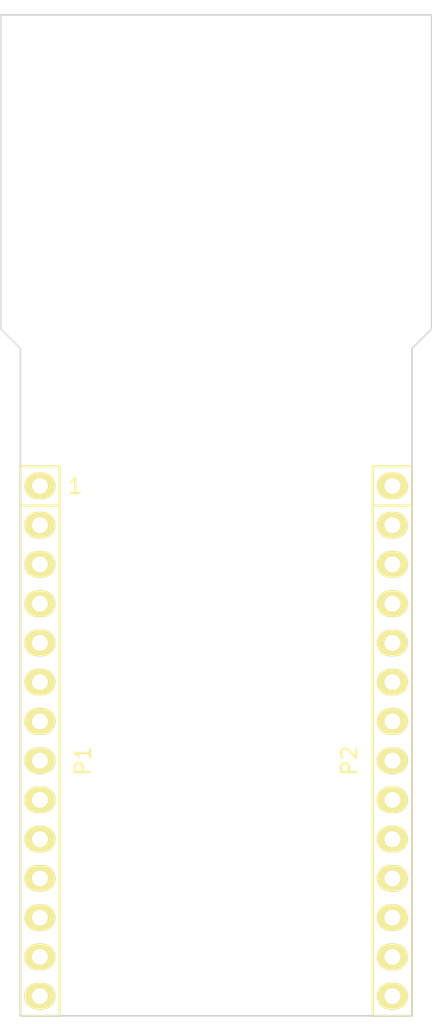
<source format=kicad_pcb>
(kicad_pcb (version 4) (host pcbnew "(2015-03-25 BZR 5536)-product")

  (general
    (links 2)
    (no_connects 2)
    (area 127.457999 61.925999 155.498001 126.796001)
    (thickness 1.6)
    (drawings 30)
    (tracks 0)
    (zones 0)
    (modules 2)
    (nets 27)
  )

  (page A4)
  (title_block
    (date "sam. 04 avril 2015")
  )

  (layers
    (0 F.Cu signal)
    (31 B.Cu signal)
    (32 B.Adhes user)
    (33 F.Adhes user)
    (34 B.Paste user)
    (35 F.Paste user)
    (36 B.SilkS user)
    (37 F.SilkS user)
    (38 B.Mask user)
    (39 F.Mask user)
    (40 Dwgs.User user)
    (41 Cmts.User user)
    (42 Eco1.User user)
    (43 Eco2.User user)
    (44 Edge.Cuts user)
    (45 Margin user)
    (46 B.CrtYd user)
    (47 F.CrtYd user)
    (48 B.Fab user)
    (49 F.Fab user)
  )

  (setup
    (last_trace_width 0.25)
    (trace_clearance 0.2)
    (zone_clearance 0.508)
    (zone_45_only no)
    (trace_min 0.2)
    (segment_width 0.15)
    (edge_width 0.1)
    (via_size 0.6)
    (via_drill 0.4)
    (via_min_size 0.4)
    (via_min_drill 0.3)
    (uvia_size 0.3)
    (uvia_drill 0.1)
    (uvias_allowed no)
    (uvia_min_size 0.2)
    (uvia_min_drill 0.1)
    (pcb_text_width 0.3)
    (pcb_text_size 1.5 1.5)
    (mod_edge_width 0.15)
    (mod_text_size 1 1)
    (mod_text_width 0.15)
    (pad_size 1.5 1.5)
    (pad_drill 0.6)
    (pad_to_mask_clearance 0)
    (aux_axis_origin 128.778 126.746)
    (visible_elements FFFFFF7F)
    (pcbplotparams
      (layerselection 0x00030_80000001)
      (usegerberextensions false)
      (excludeedgelayer true)
      (linewidth 0.100000)
      (plotframeref false)
      (viasonmask false)
      (mode 1)
      (useauxorigin false)
      (hpglpennumber 1)
      (hpglpenspeed 20)
      (hpglpendiameter 15)
      (hpglpenoverlay 2)
      (psnegative false)
      (psa4output false)
      (plotreference true)
      (plotvalue true)
      (plotinvisibletext false)
      (padsonsilk false)
      (subtractmaskfromsilk false)
      (outputformat 1)
      (mirror false)
      (drillshape 1)
      (scaleselection 1)
      (outputdirectory ""))
  )

  (net 0 "")
  (net 1 +3.3V)
  (net 2 GND)
  (net 3 /2)
  (net 4 "/3(**)")
  (net 5 /4)
  (net 6 "/5(**)")
  (net 7 "/6(**)")
  (net 8 /7)
  (net 9 /8)
  (net 10 "/9(**)")
  (net 11 "/10(**/SCK)")
  (net 12 "/11(**/MOSI)")
  (net 13 "/12(MISO)")
  (net 14 "/13(SS)")
  (net 15 /AREF)
  (net 16 /RxI)
  (net 17 /TxO)
  (net 18 /DTR)
  (net 19 /A0)
  (net 20 /A1)
  (net 21 /A2)
  (net 22 /A3)
  (net 23 "/A4(SDA)")
  (net 24 "/A5(SCL)")
  (net 25 /A6)
  (net 26 /A7)

  (net_class Default "This is the default net class."
    (clearance 0.2)
    (trace_width 0.25)
    (via_dia 0.6)
    (via_drill 0.4)
    (uvia_dia 0.3)
    (uvia_drill 0.1)
    (add_net +3.3V)
    (add_net "/10(**/SCK)")
    (add_net "/11(**/MOSI)")
    (add_net "/12(MISO)")
    (add_net "/13(SS)")
    (add_net /2)
    (add_net "/3(**)")
    (add_net /4)
    (add_net "/5(**)")
    (add_net "/6(**)")
    (add_net /7)
    (add_net /8)
    (add_net "/9(**)")
    (add_net /A0)
    (add_net /A1)
    (add_net /A2)
    (add_net /A3)
    (add_net "/A4(SDA)")
    (add_net "/A5(SCL)")
    (add_net /A6)
    (add_net /A7)
    (add_net /AREF)
    (add_net /DTR)
    (add_net /RxI)
    (add_net /TxO)
    (add_net GND)
  )

  (module Socket_Arduino_Fio:Socket_Strip_Straight_1x14 locked (layer F.Cu) (tedit 5521661A) (tstamp 551FD256)
    (at 130.048 92.456 270)
    (descr "Through hole socket strip")
    (tags "socket strip")
    (path /551FCE8A)
    (fp_text reference P1 (at 17.78 -2.794 270) (layer F.SilkS)
      (effects (font (size 1 1) (thickness 0.15)))
    )
    (fp_text value Digital (at 21.59 -2.794 270) (layer F.Fab)
      (effects (font (size 1 1) (thickness 0.15)))
    )
    (fp_line (start -1.27 -1.27) (end -1.27 1.27) (layer F.SilkS) (width 0.15))
    (fp_line (start -1.27 1.27) (end 1.27 1.27) (layer F.SilkS) (width 0.15))
    (fp_line (start -1.27 -1.27) (end 1.27 -1.27) (layer F.SilkS) (width 0.15))
    (fp_line (start -1.75 -1.75) (end -1.75 1.75) (layer F.CrtYd) (width 0.05))
    (fp_line (start 34.8 -1.75) (end 34.8 1.75) (layer F.CrtYd) (width 0.05))
    (fp_line (start -1.75 -1.75) (end 34.8 -1.75) (layer F.CrtYd) (width 0.05))
    (fp_line (start -1.75 1.75) (end 34.8 1.75) (layer F.CrtYd) (width 0.05))
    (fp_line (start 1.27 -1.27) (end 34.29 -1.27) (layer F.SilkS) (width 0.15))
    (fp_line (start 34.29 -1.27) (end 34.29 1.27) (layer F.SilkS) (width 0.15))
    (fp_line (start 34.29 1.27) (end 1.27 1.27) (layer F.SilkS) (width 0.15))
    (fp_line (start 1.27 1.27) (end 1.27 -1.27) (layer F.SilkS) (width 0.15))
    (pad 1 thru_hole oval (at 0 0 270) (size 1.7272 2.032) (drill 1.016) (layers *.Cu *.Mask F.SilkS)
      (net 1 +3.3V))
    (pad 2 thru_hole oval (at 2.54 0 270) (size 1.7272 2.032) (drill 1.016) (layers *.Cu *.Mask F.SilkS)
      (net 2 GND))
    (pad 3 thru_hole oval (at 5.08 0 270) (size 1.7272 2.032) (drill 1.016) (layers *.Cu *.Mask F.SilkS)
      (net 3 /2))
    (pad 4 thru_hole oval (at 7.62 0 270) (size 1.7272 2.032) (drill 1.016) (layers *.Cu *.Mask F.SilkS)
      (net 4 "/3(**)"))
    (pad 5 thru_hole oval (at 10.16 0 270) (size 1.7272 2.032) (drill 1.016) (layers *.Cu *.Mask F.SilkS)
      (net 5 /4))
    (pad 6 thru_hole oval (at 12.7 0 270) (size 1.7272 2.032) (drill 1.016) (layers *.Cu *.Mask F.SilkS)
      (net 6 "/5(**)"))
    (pad 7 thru_hole oval (at 15.24 0 270) (size 1.7272 2.032) (drill 1.016) (layers *.Cu *.Mask F.SilkS)
      (net 7 "/6(**)"))
    (pad 8 thru_hole oval (at 17.78 0 270) (size 1.7272 2.032) (drill 1.016) (layers *.Cu *.Mask F.SilkS)
      (net 8 /7))
    (pad 9 thru_hole oval (at 20.32 0 270) (size 1.7272 2.032) (drill 1.016) (layers *.Cu *.Mask F.SilkS)
      (net 9 /8))
    (pad 10 thru_hole oval (at 22.86 0 270) (size 1.7272 2.032) (drill 1.016) (layers *.Cu *.Mask F.SilkS)
      (net 10 "/9(**)"))
    (pad 11 thru_hole oval (at 25.4 0 270) (size 1.7272 2.032) (drill 1.016) (layers *.Cu *.Mask F.SilkS)
      (net 11 "/10(**/SCK)"))
    (pad 12 thru_hole oval (at 27.94 0 270) (size 1.7272 2.032) (drill 1.016) (layers *.Cu *.Mask F.SilkS)
      (net 12 "/11(**/MOSI)"))
    (pad 13 thru_hole oval (at 30.48 0 270) (size 1.7272 2.032) (drill 1.016) (layers *.Cu *.Mask F.SilkS)
      (net 13 "/12(MISO)"))
    (pad 14 thru_hole oval (at 33.02 0 270) (size 1.7272 2.032) (drill 1.016) (layers *.Cu *.Mask F.SilkS)
      (net 14 "/13(SS)"))
    (model ${KIPRJMOD}/Socket_Arduino_Fio.3dshapes/Socket_header_Arduino_1x14.wrl
      (at (xyz 0.65 0 0))
      (scale (xyz 1 1 1))
      (rotate (xyz 0 0 180))
    )
  )

  (module Socket_Arduino_Fio:Socket_Strip_Straight_1x14 locked (layer F.Cu) (tedit 5521662F) (tstamp 551FD273)
    (at 152.908 92.456 270)
    (descr "Through hole socket strip")
    (tags "socket strip")
    (path /551FCED2)
    (fp_text reference P2 (at 17.78 2.794 270) (layer F.SilkS)
      (effects (font (size 1 1) (thickness 0.15)))
    )
    (fp_text value Analog (at 21.59 2.794 270) (layer F.Fab)
      (effects (font (size 1 1) (thickness 0.15)))
    )
    (fp_line (start -1.27 -1.27) (end -1.27 1.27) (layer F.SilkS) (width 0.15))
    (fp_line (start -1.27 1.27) (end 1.27 1.27) (layer F.SilkS) (width 0.15))
    (fp_line (start -1.27 -1.27) (end 1.27 -1.27) (layer F.SilkS) (width 0.15))
    (fp_line (start -1.75 -1.75) (end -1.75 1.75) (layer F.CrtYd) (width 0.05))
    (fp_line (start 34.8 -1.75) (end 34.8 1.75) (layer F.CrtYd) (width 0.05))
    (fp_line (start -1.75 -1.75) (end 34.8 -1.75) (layer F.CrtYd) (width 0.05))
    (fp_line (start -1.75 1.75) (end 34.8 1.75) (layer F.CrtYd) (width 0.05))
    (fp_line (start 1.27 -1.27) (end 34.29 -1.27) (layer F.SilkS) (width 0.15))
    (fp_line (start 34.29 -1.27) (end 34.29 1.27) (layer F.SilkS) (width 0.15))
    (fp_line (start 34.29 1.27) (end 1.27 1.27) (layer F.SilkS) (width 0.15))
    (fp_line (start 1.27 1.27) (end 1.27 -1.27) (layer F.SilkS) (width 0.15))
    (pad 1 thru_hole oval (at 0 0 270) (size 1.7272 2.032) (drill 1.016) (layers *.Cu *.Mask F.SilkS)
      (net 2 GND))
    (pad 2 thru_hole oval (at 2.54 0 270) (size 1.7272 2.032) (drill 1.016) (layers *.Cu *.Mask F.SilkS)
      (net 15 /AREF))
    (pad 3 thru_hole oval (at 5.08 0 270) (size 1.7272 2.032) (drill 1.016) (layers *.Cu *.Mask F.SilkS)
      (net 1 +3.3V))
    (pad 4 thru_hole oval (at 7.62 0 270) (size 1.7272 2.032) (drill 1.016) (layers *.Cu *.Mask F.SilkS)
      (net 16 /RxI))
    (pad 5 thru_hole oval (at 10.16 0 270) (size 1.7272 2.032) (drill 1.016) (layers *.Cu *.Mask F.SilkS)
      (net 17 /TxO))
    (pad 6 thru_hole oval (at 12.7 0 270) (size 1.7272 2.032) (drill 1.016) (layers *.Cu *.Mask F.SilkS)
      (net 18 /DTR))
    (pad 7 thru_hole oval (at 15.24 0 270) (size 1.7272 2.032) (drill 1.016) (layers *.Cu *.Mask F.SilkS)
      (net 19 /A0))
    (pad 8 thru_hole oval (at 17.78 0 270) (size 1.7272 2.032) (drill 1.016) (layers *.Cu *.Mask F.SilkS)
      (net 20 /A1))
    (pad 9 thru_hole oval (at 20.32 0 270) (size 1.7272 2.032) (drill 1.016) (layers *.Cu *.Mask F.SilkS)
      (net 21 /A2))
    (pad 10 thru_hole oval (at 22.86 0 270) (size 1.7272 2.032) (drill 1.016) (layers *.Cu *.Mask F.SilkS)
      (net 22 /A3))
    (pad 11 thru_hole oval (at 25.4 0 270) (size 1.7272 2.032) (drill 1.016) (layers *.Cu *.Mask F.SilkS)
      (net 23 "/A4(SDA)"))
    (pad 12 thru_hole oval (at 27.94 0 270) (size 1.7272 2.032) (drill 1.016) (layers *.Cu *.Mask F.SilkS)
      (net 24 "/A5(SCL)"))
    (pad 13 thru_hole oval (at 30.48 0 270) (size 1.7272 2.032) (drill 1.016) (layers *.Cu *.Mask F.SilkS)
      (net 25 /A6))
    (pad 14 thru_hole oval (at 33.02 0 270) (size 1.7272 2.032) (drill 1.016) (layers *.Cu *.Mask F.SilkS)
      (net 26 /A7))
    (model ${KIPRJMOD}/Socket_Arduino_Fio.3dshapes/Socket_header_Arduino_1x14.wrl
      (at (xyz 0.65 0 0))
      (scale (xyz 1 1 1))
      (rotate (xyz 0 0 180))
    )
  )

  (gr_text "1\n" (at 132.334 92.456) (layer F.SilkS)
    (effects (font (size 1 1) (thickness 0.15)))
  )
  (gr_line (start 138.938 124.206) (end 138.938 119.126) (angle 90) (layer Dwgs.User) (width 0.15))
  (gr_line (start 144.018 124.206) (end 138.938 124.206) (angle 90) (layer Dwgs.User) (width 0.15))
  (gr_line (start 144.018 119.126) (end 144.018 124.206) (angle 90) (layer Dwgs.User) (width 0.15))
  (gr_line (start 138.938 119.126) (end 144.018 119.126) (angle 90) (layer Dwgs.User) (width 0.15))
  (gr_circle (center 141.478 121.666) (end 140.208 121.666) (layer Dwgs.User) (width 0.15))
  (gr_line (start 137.668 117.856) (end 137.668 112.776) (angle 90) (layer Dwgs.User) (width 0.15))
  (gr_line (start 145.288 117.856) (end 137.668 117.856) (angle 90) (layer Dwgs.User) (width 0.15))
  (gr_line (start 145.288 112.776) (end 145.288 117.856) (angle 90) (layer Dwgs.User) (width 0.15))
  (gr_line (start 137.668 112.776) (end 145.288 112.776) (angle 90) (layer Dwgs.User) (width 0.15))
  (gr_line (start 148.59 91.059) (end 148.59 83.693) (angle 90) (layer Dwgs.User) (width 0.15))
  (gr_line (start 152.146 91.059) (end 148.59 91.059) (angle 90) (layer Dwgs.User) (width 0.15))
  (gr_line (start 152.146 83.693) (end 152.146 91.059) (angle 90) (layer Dwgs.User) (width 0.15))
  (gr_line (start 148.59 83.693) (end 152.146 83.693) (angle 90) (layer Dwgs.User) (width 0.15))
  (gr_line (start 140.97 61.087) (end 133.35 61.087) (angle 90) (layer Dwgs.User) (width 0.15))
  (gr_line (start 140.97 70.866) (end 140.97 61.087) (angle 90) (layer Dwgs.User) (width 0.15))
  (gr_line (start 133.35 70.866) (end 140.97 70.866) (angle 90) (layer Dwgs.User) (width 0.15))
  (gr_line (start 133.35 61.087) (end 133.35 70.866) (angle 90) (layer Dwgs.User) (width 0.15))
  (gr_line (start 143.002 70.866) (end 143.002 62.738) (angle 90) (layer Dwgs.User) (width 0.15))
  (gr_line (start 151.13 70.866) (end 143.002 70.866) (angle 90) (layer Dwgs.User) (width 0.15))
  (gr_line (start 151.13 62.738) (end 151.13 70.866) (angle 90) (layer Dwgs.User) (width 0.15))
  (gr_line (start 143.002 62.738) (end 151.13 62.738) (angle 90) (layer Dwgs.User) (width 0.15))
  (gr_line (start 128.778 83.566) (end 128.778 126.746) (angle 90) (layer Edge.Cuts) (width 0.1))
  (gr_line (start 127.508 82.296) (end 128.778 83.566) (angle 90) (layer Edge.Cuts) (width 0.1))
  (gr_line (start 127.508 61.976) (end 127.508 82.296) (angle 90) (layer Edge.Cuts) (width 0.1))
  (gr_line (start 155.448 61.976) (end 127.508 61.976) (angle 90) (layer Edge.Cuts) (width 0.1))
  (gr_line (start 155.448 82.296) (end 155.448 61.976) (angle 90) (layer Edge.Cuts) (width 0.1))
  (gr_line (start 154.178 83.566) (end 155.448 82.296) (angle 90) (layer Edge.Cuts) (width 0.1))
  (gr_line (start 154.178 126.746) (end 154.178 83.566) (angle 90) (layer Edge.Cuts) (width 0.1))
  (gr_line (start 128.778 126.746) (end 154.178 126.746) (angle 90) (layer Edge.Cuts) (width 0.1))

)

</source>
